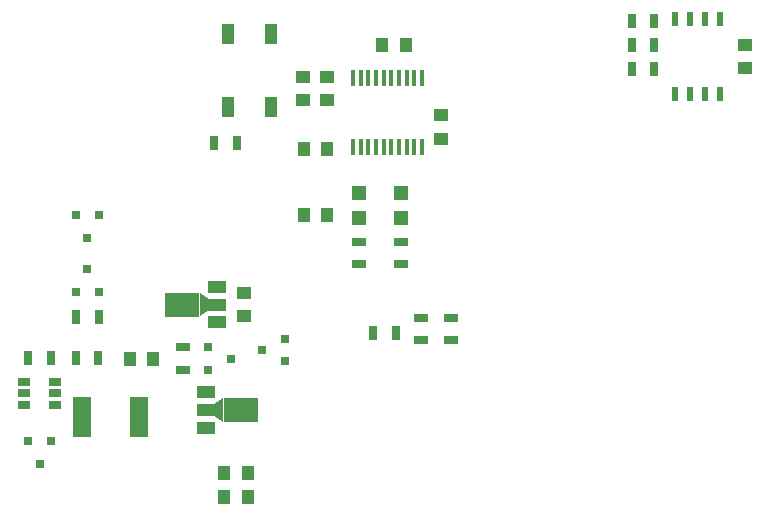
<source format=gtp>
G04 #@! TF.FileFunction,Paste,Top*
%FSLAX46Y46*%
G04 Gerber Fmt 4.6, Leading zero omitted, Abs format (unit mm)*
G04 Created by KiCad (PCBNEW 4.0.2+e4-6225~38~ubuntu15.04.1-stable) date Tue 25 Oct 2016 21:09:19 ACDT*
%MOMM*%
G01*
G04 APERTURE LIST*
%ADD10C,0.100000*%
%ADD11R,1.250000X1.000000*%
%ADD12R,1.000000X1.250000*%
%ADD13R,1.198880X1.198880*%
%ADD14R,1.600000X3.500000*%
%ADD15R,0.800100X0.800100*%
%ADD16R,0.700000X1.300000*%
%ADD17R,1.300000X0.700000*%
%ADD18R,1.100000X1.800000*%
%ADD19R,0.508000X1.143000*%
%ADD20R,1.000760X0.690880*%
%ADD21R,1.501140X1.000760*%
%ADD22R,2.999740X1.998980*%
%ADD23R,0.450000X1.450000*%
G04 APERTURE END LIST*
D10*
D11*
X153228000Y-71482000D03*
X153228000Y-73482000D03*
D12*
X111144000Y-107760000D03*
X109144000Y-107760000D03*
X109144000Y-109792000D03*
X111144000Y-109792000D03*
X103116000Y-98044000D03*
X101116000Y-98044000D03*
D11*
X115832000Y-74184000D03*
X115832000Y-76184000D03*
X110768000Y-92472000D03*
X110768000Y-94472000D03*
D12*
X117848000Y-80264000D03*
X115848000Y-80264000D03*
X117848000Y-85852000D03*
X115848000Y-85852000D03*
D11*
X117864000Y-76184000D03*
X117864000Y-74184000D03*
X127516000Y-77466000D03*
X127516000Y-79466000D03*
D12*
X122500000Y-71500000D03*
X124500000Y-71500000D03*
D13*
X120528000Y-84010980D03*
X120528000Y-86109020D03*
X124084000Y-84010980D03*
X124084000Y-86109020D03*
D14*
X97061600Y-103000000D03*
X101938400Y-103000000D03*
D15*
X94450000Y-104999240D03*
X92550000Y-104999240D03*
X93500000Y-106998220D03*
X96594000Y-92440760D03*
X98494000Y-92440760D03*
X97544000Y-90441780D03*
X98494000Y-85867240D03*
X96594000Y-85867240D03*
X97544000Y-87866220D03*
X107719240Y-97094000D03*
X107719240Y-98994000D03*
X109718220Y-98044000D03*
X114308000Y-98260000D03*
X114308000Y-96360000D03*
X112309020Y-97310000D03*
D16*
X143642000Y-71466000D03*
X145542000Y-71466000D03*
X143642000Y-73498000D03*
X145542000Y-73498000D03*
X143642000Y-69434000D03*
X145542000Y-69434000D03*
X96550000Y-98000000D03*
X98450000Y-98000000D03*
X94450000Y-98000000D03*
X92550000Y-98000000D03*
X98494000Y-94488000D03*
X96594000Y-94488000D03*
X123650000Y-95850000D03*
X121750000Y-95850000D03*
D17*
X128300000Y-94596000D03*
X128300000Y-96496000D03*
X125760000Y-94596000D03*
X125760000Y-96496000D03*
D16*
X108278000Y-79756000D03*
X110178000Y-79756000D03*
D17*
X120528000Y-88174000D03*
X120528000Y-90074000D03*
X105672000Y-98994000D03*
X105672000Y-97094000D03*
X124084000Y-88174000D03*
X124084000Y-90074000D03*
D18*
X113110000Y-70560000D03*
X113110000Y-76760000D03*
X109410000Y-70560000D03*
X109410000Y-76760000D03*
D19*
X147259000Y-69307000D03*
X148529000Y-69307000D03*
X149799000Y-69307000D03*
X151069000Y-69307000D03*
X151069000Y-75657000D03*
X149799000Y-75657000D03*
X148529000Y-75657000D03*
X147259000Y-75657000D03*
D20*
X94800480Y-101949960D03*
X94800480Y-101000000D03*
X94800480Y-100050040D03*
X92199520Y-100050040D03*
X92199520Y-101000000D03*
X92199520Y-101949960D03*
D21*
X108539660Y-94973140D03*
X108539660Y-93472000D03*
X108539660Y-91970860D03*
D22*
X105588180Y-93472000D03*
D10*
G36*
X107062650Y-92471240D02*
X107811950Y-92971620D01*
X107811950Y-93972380D01*
X107062650Y-94472760D01*
X107062650Y-92471240D01*
X107062650Y-92471240D01*
G37*
D23*
X120019000Y-80166000D03*
X120669000Y-80166000D03*
X121319000Y-80166000D03*
X121969000Y-80166000D03*
X122619000Y-80166000D03*
X123269000Y-80166000D03*
X123919000Y-80166000D03*
X124569000Y-80166000D03*
X125219000Y-80166000D03*
X125869000Y-80166000D03*
X125869000Y-74266000D03*
X125219000Y-74266000D03*
X124569000Y-74266000D03*
X123919000Y-74266000D03*
X123269000Y-74266000D03*
X122619000Y-74266000D03*
X121969000Y-74266000D03*
X121319000Y-74266000D03*
X120669000Y-74266000D03*
X120019000Y-74266000D03*
D21*
X107570000Y-100894860D03*
X107570000Y-102396000D03*
X107570000Y-103897140D03*
D22*
X110521480Y-102396000D03*
D10*
G36*
X109047010Y-103396760D02*
X108297710Y-102896380D01*
X108297710Y-101895620D01*
X109047010Y-101395240D01*
X109047010Y-103396760D01*
X109047010Y-103396760D01*
G37*
M02*

</source>
